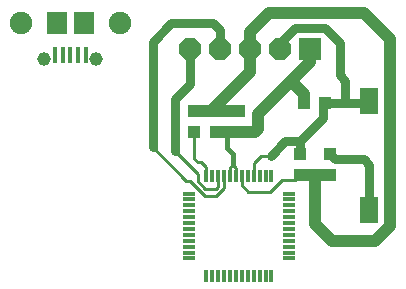
<source format=gbr>
%FSLAX35Y35*%
%MOIN*%
G04 EasyPC Gerber Version 18.0.9 Build 3640 *
%AMT91*0 Octagon Pad at angle 0*4,1,8,-0.01549,-0.03740,0.01549,-0.03740,0.03740,-0.01549,0.03740,0.01549,0.01549,0.03740,-0.01549,0.03740,-0.03740,0.01549,-0.03740,-0.01549,-0.01549,-0.03740,0*%
%ADD91T91*%
%ADD17R,0.01260X0.04134*%
%ADD86R,0.01575X0.05315*%
%ADD94R,0.03937X0.04291*%
%ADD93R,0.06299X0.08583*%
%ADD87R,0.07087X0.07480*%
%ADD90R,0.07480X0.07480*%
%ADD95C,0.00984*%
%ADD96C,0.01575*%
%ADD18R,0.04134X0.01260*%
%ADD79C,0.02953*%
%ADD23C,0.03937*%
%ADD89C,0.04528*%
%ADD88C,0.07480*%
%ADD92R,0.04291X0.03937*%
X0Y0D02*
D02*
D17*
X70923Y8116D03*
Y41384D03*
X72892Y8116D03*
Y41384D03*
X74860Y8116D03*
Y41384D03*
X76829Y8116D03*
Y41384D03*
X78797Y8116D03*
Y41384D03*
X80766Y8116D03*
Y41384D03*
X82734Y8116D03*
Y41384D03*
X84703Y8116D03*
Y41384D03*
X86671Y8116D03*
Y41384D03*
X88640Y8116D03*
Y41384D03*
X90608Y8116D03*
Y41384D03*
X92577Y8116D03*
Y41384D03*
D02*
D18*
X65116Y13923D03*
Y15892D03*
Y17860D03*
Y19829D03*
Y21797D03*
Y23766D03*
Y25734D03*
Y27703D03*
Y29671D03*
Y31640D03*
Y33608D03*
Y35577D03*
X98384Y13923D03*
Y15892D03*
Y17860D03*
Y19829D03*
Y21797D03*
Y23766D03*
Y25734D03*
Y27703D03*
Y29671D03*
Y31640D03*
Y33608D03*
Y35577D03*
D02*
D23*
X66750Y63250D02*
X74250D01*
Y56250D02*
X77750D01*
X81750*
X87000*
X88000Y57250*
Y62000*
X99125Y73125*
X81750Y63250D02*
X74250D01*
X85500Y83750D02*
Y89500D01*
X91750Y95750*
X123500*
X132250Y87000*
Y24750*
X127250Y19750*
X112750*
X107000Y25500*
Y41750*
X85500Y83750D02*
Y76250D01*
X73000Y63750*
Y63250*
X74250*
X99125Y73125D02*
X105500Y79500D01*
Y83750*
X103500Y65750D02*
Y68750D01*
X99125Y73125*
X107000Y41750D02*
X102000D01*
X112000D02*
X107000D01*
D02*
D79*
X53000Y51000D02*
Y86250D01*
X59250Y92500*
X73000*
X75500Y90000*
Y83750*
X60500Y49750D02*
Y67250D01*
X65500Y72250*
Y83750*
X95500D02*
Y85750D01*
X100500Y90750*
X110500*
X115500Y85750*
Y75000*
X117250Y73250*
Y65750*
X97250Y53171D02*
X92329Y48250D01*
X102000Y48750D02*
Y53000D01*
X102250Y53250*
X109750Y60750*
Y65000*
X110500Y65750*
X102250Y53250D02*
X97250D01*
X110500Y65750D02*
X117250D01*
X124640*
X125250Y66360*
Y30140D02*
Y45250D01*
X123500Y47000*
X113750*
X112000Y48750*
D02*
D86*
X20382Y81750D03*
X22941D03*
X25500D03*
X28059D03*
X30618D03*
D02*
D87*
X20972Y92281D03*
X30028D03*
D02*
D88*
X9063D03*
X41937D03*
D02*
D89*
X16740Y80470D03*
X34260D03*
D02*
D90*
X105500Y83750D03*
D02*
D91*
X65500D03*
X75500D03*
X85500D03*
X95500D03*
D02*
D92*
X103500Y65750D03*
X110500D03*
D02*
D93*
X125250Y30140D03*
Y66360D03*
D02*
D94*
X66750Y56250D03*
Y63250D03*
X74250Y56250D03*
Y63250D03*
X81750Y56250D03*
Y63250D03*
X102000Y41750D03*
Y48750D03*
X112000Y41750D03*
Y48750D03*
D02*
D95*
X70923Y41384D02*
Y44327D01*
X69250Y46000*
X68000*
X66750Y47250*
Y56250*
X74860Y41384D02*
Y37860D01*
X74250Y37250*
X70500*
X68000Y39750*
Y42250*
X60500Y49750*
X76829Y41384D02*
Y37329D01*
X74250Y34750*
X70500*
X65500Y39750*
X64250*
X53000Y51000*
X78797Y41384D02*
Y44297D01*
X79750Y45250*
X80766Y41384D02*
Y44234D01*
X79750Y45250*
X82734Y41384D02*
Y38266D01*
X84750Y36250*
X92250*
X96250Y40250*
X100500*
X102000Y41750*
X92329Y48250D02*
X89079D01*
X86671Y45843*
Y41384*
X97250Y53250D02*
Y53171D01*
D02*
D96*
X79750Y45250D02*
Y48750D01*
X77750Y50750*
Y56250*
X0Y0D02*
M02*

</source>
